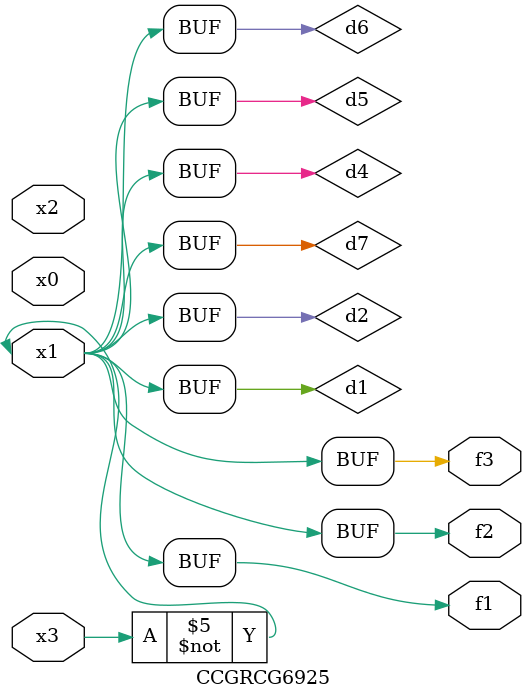
<source format=v>
module CCGRCG6925(
	input x0, x1, x2, x3,
	output f1, f2, f3
);

	wire d1, d2, d3, d4, d5, d6, d7;

	not (d1, x3);
	buf (d2, x1);
	xnor (d3, d1, d2);
	nor (d4, d1);
	buf (d5, d1, d2);
	buf (d6, d4, d5);
	nand (d7, d4);
	assign f1 = d6;
	assign f2 = d7;
	assign f3 = d6;
endmodule

</source>
